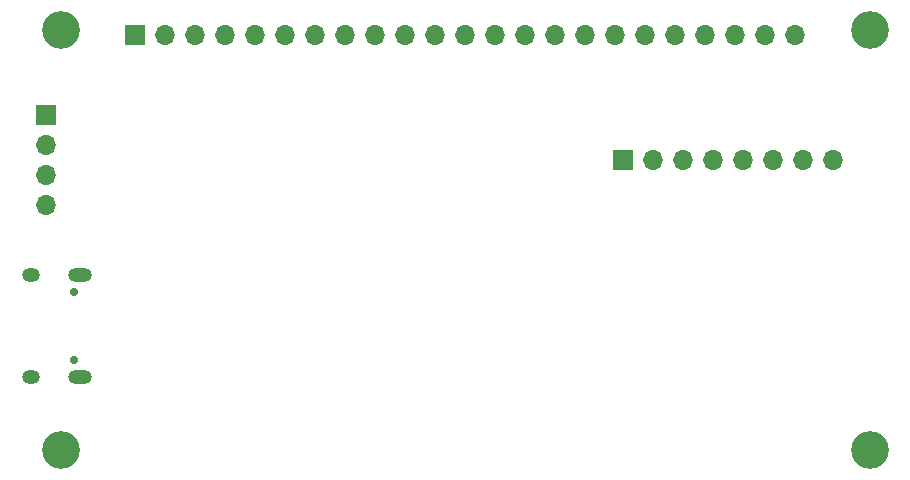
<source format=gbs>
G04 #@! TF.GenerationSoftware,KiCad,Pcbnew,(6.0.0)*
G04 #@! TF.CreationDate,2022-05-03T02:07:06-05:00*
G04 #@! TF.ProjectId,Materiales ESP32,4d617465-7269-4616-9c65-732045535033,rev?*
G04 #@! TF.SameCoordinates,Original*
G04 #@! TF.FileFunction,Soldermask,Bot*
G04 #@! TF.FilePolarity,Negative*
%FSLAX46Y46*%
G04 Gerber Fmt 4.6, Leading zero omitted, Abs format (unit mm)*
G04 Created by KiCad (PCBNEW (6.0.0)) date 2022-05-03 02:07:06*
%MOMM*%
%LPD*%
G01*
G04 APERTURE LIST*
%ADD10R,1.700000X1.700000*%
%ADD11O,1.700000X1.700000*%
%ADD12C,3.200000*%
%ADD13C,0.700000*%
%ADD14O,2.000000X1.200000*%
%ADD15O,1.500000X1.200000*%
G04 APERTURE END LIST*
D10*
X220125000Y-99225000D03*
D11*
X222665000Y-99225000D03*
X225205000Y-99225000D03*
X227745000Y-99225000D03*
X230285000Y-99225000D03*
X232825000Y-99225000D03*
X235365000Y-99225000D03*
X237905000Y-99225000D03*
D12*
X172500000Y-88250000D03*
X172500000Y-123750000D03*
D13*
X173632500Y-116140000D03*
X173632500Y-110360000D03*
D14*
X174162500Y-108930000D03*
D15*
X169952500Y-108930000D03*
X169952500Y-117570000D03*
D14*
X174162500Y-117570000D03*
D10*
X178825000Y-88625000D03*
D11*
X181365000Y-88625000D03*
X183905000Y-88625000D03*
X186445000Y-88625000D03*
X188985000Y-88625000D03*
X191525000Y-88625000D03*
X194065000Y-88625000D03*
X196605000Y-88625000D03*
X199145000Y-88625000D03*
X201685000Y-88625000D03*
X204225000Y-88625000D03*
X206765000Y-88625000D03*
X209305000Y-88625000D03*
X211845000Y-88625000D03*
X214385000Y-88625000D03*
X216925000Y-88625000D03*
X219465000Y-88625000D03*
X222005000Y-88625000D03*
X224545000Y-88625000D03*
X227085000Y-88625000D03*
X229625000Y-88625000D03*
X232165000Y-88625000D03*
X234705000Y-88625000D03*
D12*
X241000000Y-88250000D03*
D10*
X171275000Y-95450000D03*
D11*
X171275000Y-97990000D03*
X171275000Y-100530000D03*
X171275000Y-103070000D03*
D12*
X241000000Y-123750000D03*
M02*

</source>
